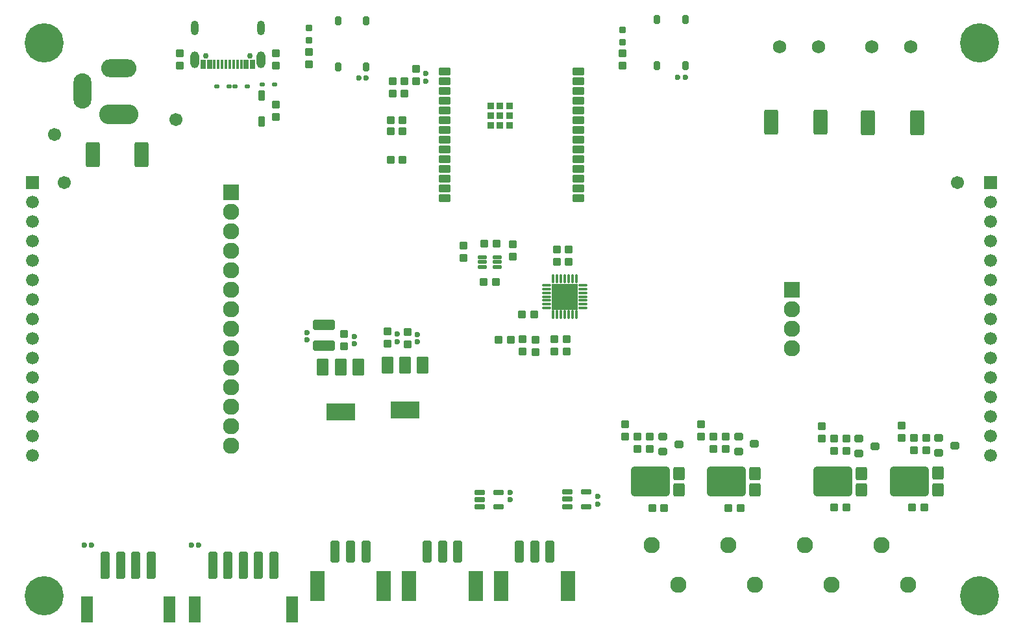
<source format=gts>
G04*
G04 #@! TF.GenerationSoftware,Altium Limited,Altium Designer,22.8.2 (66)*
G04*
G04 Layer_Color=8388736*
%FSAX25Y25*%
%MOIN*%
G70*
G04*
G04 #@! TF.SameCoordinates,CD0932C5-B174-4F7F-AF8C-C675B02BC22C*
G04*
G04*
G04 #@! TF.FilePolarity,Negative*
G04*
G01*
G75*
G04:AMPARAMS|DCode=44|XSize=51.24mil|YSize=25.65mil|CornerRadius=4.17mil|HoleSize=0mil|Usage=FLASHONLY|Rotation=0.000|XOffset=0mil|YOffset=0mil|HoleType=Round|Shape=RoundedRectangle|*
%AMROUNDEDRECTD44*
21,1,0.05124,0.01732,0,0,0.0*
21,1,0.04291,0.02565,0,0,0.0*
1,1,0.00833,0.02146,-0.00866*
1,1,0.00833,-0.02146,-0.00866*
1,1,0.00833,-0.02146,0.00866*
1,1,0.00833,0.02146,0.00866*
%
%ADD44ROUNDEDRECTD44*%
G04:AMPARAMS|DCode=45|XSize=59.12mil|YSize=88.65mil|CornerRadius=7.51mil|HoleSize=0mil|Usage=FLASHONLY|Rotation=0.000|XOffset=0mil|YOffset=0mil|HoleType=Round|Shape=RoundedRectangle|*
%AMROUNDEDRECTD45*
21,1,0.05912,0.07362,0,0,0.0*
21,1,0.04409,0.08865,0,0,0.0*
1,1,0.01502,0.02205,-0.03681*
1,1,0.01502,-0.02205,-0.03681*
1,1,0.01502,-0.02205,0.03681*
1,1,0.01502,0.02205,0.03681*
%
%ADD45ROUNDEDRECTD45*%
%ADD46R,0.14967X0.08865*%
G04:AMPARAMS|DCode=47|XSize=41.4mil|YSize=37.47mil|CornerRadius=5.35mil|HoleSize=0mil|Usage=FLASHONLY|Rotation=0.000|XOffset=0mil|YOffset=0mil|HoleType=Round|Shape=RoundedRectangle|*
%AMROUNDEDRECTD47*
21,1,0.04140,0.02677,0,0,0.0*
21,1,0.03071,0.03747,0,0,0.0*
1,1,0.01069,0.01535,-0.01339*
1,1,0.01069,-0.01535,-0.01339*
1,1,0.01069,-0.01535,0.01339*
1,1,0.01069,0.01535,0.01339*
%
%ADD47ROUNDEDRECTD47*%
G04:AMPARAMS|DCode=48|XSize=44.16mil|YSize=18.17mil|CornerRadius=3.42mil|HoleSize=0mil|Usage=FLASHONLY|Rotation=0.000|XOffset=0mil|YOffset=0mil|HoleType=Round|Shape=RoundedRectangle|*
%AMROUNDEDRECTD48*
21,1,0.04416,0.01134,0,0,0.0*
21,1,0.03732,0.01817,0,0,0.0*
1,1,0.00684,0.01866,-0.00567*
1,1,0.00684,-0.01866,-0.00567*
1,1,0.00684,-0.01866,0.00567*
1,1,0.00684,0.01866,0.00567*
%
%ADD48ROUNDEDRECTD48*%
G04:AMPARAMS|DCode=49|XSize=43.37mil|YSize=141.79mil|CornerRadius=5.94mil|HoleSize=0mil|Usage=FLASHONLY|Rotation=0.000|XOffset=0mil|YOffset=0mil|HoleType=Round|Shape=RoundedRectangle|*
%AMROUNDEDRECTD49*
21,1,0.04337,0.12992,0,0,0.0*
21,1,0.03150,0.14179,0,0,0.0*
1,1,0.01187,0.01575,-0.06496*
1,1,0.01187,-0.01575,-0.06496*
1,1,0.01187,-0.01575,0.06496*
1,1,0.01187,0.01575,0.06496*
%
%ADD49ROUNDEDRECTD49*%
%ADD50R,0.06306X0.13786*%
G04:AMPARAMS|DCode=51|XSize=43.37mil|YSize=110.3mil|CornerRadius=5.94mil|HoleSize=0mil|Usage=FLASHONLY|Rotation=180.000|XOffset=0mil|YOffset=0mil|HoleType=Round|Shape=RoundedRectangle|*
%AMROUNDEDRECTD51*
21,1,0.04337,0.09843,0,0,180.0*
21,1,0.03150,0.11030,0,0,180.0*
1,1,0.01187,-0.01575,0.04921*
1,1,0.01187,0.01575,0.04921*
1,1,0.01187,0.01575,-0.04921*
1,1,0.01187,-0.01575,-0.04921*
%
%ADD51ROUNDEDRECTD51*%
%ADD52R,0.07487X0.15361*%
G04:AMPARAMS|DCode=53|XSize=24mil|YSize=24mil|CornerRadius=4mil|HoleSize=0mil|Usage=FLASHONLY|Rotation=180.000|XOffset=0mil|YOffset=0mil|HoleType=Round|Shape=RoundedRectangle|*
%AMROUNDEDRECTD53*
21,1,0.02400,0.01600,0,0,180.0*
21,1,0.01600,0.02400,0,0,180.0*
1,1,0.00800,-0.00800,0.00800*
1,1,0.00800,0.00800,0.00800*
1,1,0.00800,0.00800,-0.00800*
1,1,0.00800,-0.00800,-0.00800*
%
%ADD53ROUNDEDRECTD53*%
G04:AMPARAMS|DCode=54|XSize=41.4mil|YSize=37.47mil|CornerRadius=5.35mil|HoleSize=0mil|Usage=FLASHONLY|Rotation=270.000|XOffset=0mil|YOffset=0mil|HoleType=Round|Shape=RoundedRectangle|*
%AMROUNDEDRECTD54*
21,1,0.04140,0.02677,0,0,270.0*
21,1,0.03071,0.03747,0,0,270.0*
1,1,0.01069,-0.01339,-0.01535*
1,1,0.01069,-0.01339,0.01535*
1,1,0.01069,0.01339,0.01535*
1,1,0.01069,0.01339,-0.01535*
%
%ADD54ROUNDEDRECTD54*%
G04:AMPARAMS|DCode=55|XSize=24.87mil|YSize=20.54mil|CornerRadius=3.65mil|HoleSize=0mil|Usage=FLASHONLY|Rotation=180.000|XOffset=0mil|YOffset=0mil|HoleType=Round|Shape=RoundedRectangle|*
%AMROUNDEDRECTD55*
21,1,0.02487,0.01323,0,0,180.0*
21,1,0.01756,0.02054,0,0,180.0*
1,1,0.00731,-0.00878,0.00661*
1,1,0.00731,0.00878,0.00661*
1,1,0.00731,0.00878,-0.00661*
1,1,0.00731,-0.00878,-0.00661*
%
%ADD55ROUNDEDRECTD55*%
G04:AMPARAMS|DCode=56|XSize=51.24mil|YSize=33.53mil|CornerRadius=4.95mil|HoleSize=0mil|Usage=FLASHONLY|Rotation=90.000|XOffset=0mil|YOffset=0mil|HoleType=Round|Shape=RoundedRectangle|*
%AMROUNDEDRECTD56*
21,1,0.05124,0.02362,0,0,90.0*
21,1,0.04134,0.03353,0,0,90.0*
1,1,0.00991,0.01181,0.02067*
1,1,0.00991,0.01181,-0.02067*
1,1,0.00991,-0.01181,-0.02067*
1,1,0.00991,-0.01181,0.02067*
%
%ADD56ROUNDEDRECTD56*%
G04:AMPARAMS|DCode=57|XSize=63.06mil|YSize=39.43mil|CornerRadius=5.54mil|HoleSize=0mil|Usage=FLASHONLY|Rotation=0.000|XOffset=0mil|YOffset=0mil|HoleType=Round|Shape=RoundedRectangle|*
%AMROUNDEDRECTD57*
21,1,0.06306,0.02835,0,0,0.0*
21,1,0.05197,0.03943,0,0,0.0*
1,1,0.01109,0.02598,-0.01417*
1,1,0.01109,-0.02598,-0.01417*
1,1,0.01109,-0.02598,0.01417*
1,1,0.01109,0.02598,0.01417*
%
%ADD57ROUNDEDRECTD57*%
%ADD58R,0.03550X0.03550*%
%ADD59C,0.06699*%
G04:AMPARAMS|DCode=60|XSize=24mil|YSize=24mil|CornerRadius=4mil|HoleSize=0mil|Usage=FLASHONLY|Rotation=90.000|XOffset=0mil|YOffset=0mil|HoleType=Round|Shape=RoundedRectangle|*
%AMROUNDEDRECTD60*
21,1,0.02400,0.01600,0,0,90.0*
21,1,0.01600,0.02400,0,0,90.0*
1,1,0.00800,0.00800,0.00800*
1,1,0.00800,0.00800,-0.00800*
1,1,0.00800,-0.00800,-0.00800*
1,1,0.00800,-0.00800,0.00800*
%
%ADD60ROUNDEDRECTD60*%
G04:AMPARAMS|DCode=61|XSize=35.5mil|YSize=35.5mil|CornerRadius=5.94mil|HoleSize=0mil|Usage=FLASHONLY|Rotation=90.000|XOffset=0mil|YOffset=0mil|HoleType=Round|Shape=RoundedRectangle|*
%AMROUNDEDRECTD61*
21,1,0.03550,0.02362,0,0,90.0*
21,1,0.02362,0.03550,0,0,90.0*
1,1,0.01187,0.01181,0.01181*
1,1,0.01187,0.01181,-0.01181*
1,1,0.01187,-0.01181,-0.01181*
1,1,0.01187,-0.01181,0.01181*
%
%ADD61ROUNDEDRECTD61*%
G04:AMPARAMS|DCode=62|XSize=111.09mil|YSize=53.61mil|CornerRadius=6.96mil|HoleSize=0mil|Usage=FLASHONLY|Rotation=0.000|XOffset=0mil|YOffset=0mil|HoleType=Round|Shape=RoundedRectangle|*
%AMROUNDEDRECTD62*
21,1,0.11109,0.03969,0,0,0.0*
21,1,0.09717,0.05361,0,0,0.0*
1,1,0.01392,0.04858,-0.01984*
1,1,0.01392,-0.04858,-0.01984*
1,1,0.01392,-0.04858,0.01984*
1,1,0.01392,0.04858,0.01984*
%
%ADD62ROUNDEDRECTD62*%
G04:AMPARAMS|DCode=63|XSize=43.37mil|YSize=15.81mil|CornerRadius=3.18mil|HoleSize=0mil|Usage=FLASHONLY|Rotation=0.000|XOffset=0mil|YOffset=0mil|HoleType=Round|Shape=RoundedRectangle|*
%AMROUNDEDRECTD63*
21,1,0.04337,0.00945,0,0,0.0*
21,1,0.03701,0.01581,0,0,0.0*
1,1,0.00636,0.01850,-0.00472*
1,1,0.00636,-0.01850,-0.00472*
1,1,0.00636,-0.01850,0.00472*
1,1,0.00636,0.01850,0.00472*
%
%ADD63ROUNDEDRECTD63*%
G04:AMPARAMS|DCode=64|XSize=43.37mil|YSize=15.81mil|CornerRadius=3.18mil|HoleSize=0mil|Usage=FLASHONLY|Rotation=90.000|XOffset=0mil|YOffset=0mil|HoleType=Round|Shape=RoundedRectangle|*
%AMROUNDEDRECTD64*
21,1,0.04337,0.00945,0,0,90.0*
21,1,0.03701,0.01581,0,0,90.0*
1,1,0.00636,0.00472,0.01850*
1,1,0.00636,0.00472,-0.01850*
1,1,0.00636,-0.00472,-0.01850*
1,1,0.00636,-0.00472,0.01850*
%
%ADD64ROUNDEDRECTD64*%
%ADD65R,0.13589X0.13589*%
G04:AMPARAMS|DCode=66|XSize=37.47mil|YSize=43.37mil|CornerRadius=5.35mil|HoleSize=0mil|Usage=FLASHONLY|Rotation=270.000|XOffset=0mil|YOffset=0mil|HoleType=Round|Shape=RoundedRectangle|*
%AMROUNDEDRECTD66*
21,1,0.03747,0.03268,0,0,270.0*
21,1,0.02677,0.04337,0,0,270.0*
1,1,0.01069,-0.01634,-0.01339*
1,1,0.01069,-0.01634,0.01339*
1,1,0.01069,0.01634,0.01339*
1,1,0.01069,0.01634,-0.01339*
%
%ADD66ROUNDEDRECTD66*%
G04:AMPARAMS|DCode=67|XSize=66.99mil|YSize=56.76mil|CornerRadius=7.28mil|HoleSize=0mil|Usage=FLASHONLY|Rotation=270.000|XOffset=0mil|YOffset=0mil|HoleType=Round|Shape=RoundedRectangle|*
%AMROUNDEDRECTD67*
21,1,0.06699,0.04221,0,0,270.0*
21,1,0.05244,0.05676,0,0,270.0*
1,1,0.01455,-0.02110,-0.02622*
1,1,0.01455,-0.02110,0.02622*
1,1,0.01455,0.02110,0.02622*
1,1,0.01455,0.02110,-0.02622*
%
%ADD67ROUNDEDRECTD67*%
G04:AMPARAMS|DCode=68|XSize=199.28mil|YSize=153.61mil|CornerRadius=16.96mil|HoleSize=0mil|Usage=FLASHONLY|Rotation=0.000|XOffset=0mil|YOffset=0mil|HoleType=Round|Shape=RoundedRectangle|*
%AMROUNDEDRECTD68*
21,1,0.19928,0.11969,0,0,0.0*
21,1,0.16535,0.15361,0,0,0.0*
1,1,0.03392,0.08268,-0.05984*
1,1,0.03392,-0.08268,-0.05984*
1,1,0.03392,-0.08268,0.05984*
1,1,0.03392,0.08268,0.05984*
%
%ADD68ROUNDEDRECTD68*%
G04:AMPARAMS|DCode=69|XSize=71.72mil|YSize=129.98mil|CornerRadius=8.77mil|HoleSize=0mil|Usage=FLASHONLY|Rotation=0.000|XOffset=0mil|YOffset=0mil|HoleType=Round|Shape=RoundedRectangle|*
%AMROUNDEDRECTD69*
21,1,0.07172,0.11244,0,0,0.0*
21,1,0.05417,0.12998,0,0,0.0*
1,1,0.01754,0.02709,-0.05622*
1,1,0.01754,-0.02709,-0.05622*
1,1,0.01754,-0.02709,0.05622*
1,1,0.01754,0.02709,0.05622*
%
%ADD69ROUNDEDRECTD69*%
G04:AMPARAMS|DCode=70|XSize=43.37mil|YSize=31.56mil|CornerRadius=4.76mil|HoleSize=0mil|Usage=FLASHONLY|Rotation=90.000|XOffset=0mil|YOffset=0mil|HoleType=Round|Shape=RoundedRectangle|*
%AMROUNDEDRECTD70*
21,1,0.04337,0.02205,0,0,90.0*
21,1,0.03386,0.03156,0,0,90.0*
1,1,0.00951,0.01102,0.01693*
1,1,0.00951,0.01102,-0.01693*
1,1,0.00951,-0.01102,-0.01693*
1,1,0.00951,-0.01102,0.01693*
%
%ADD70ROUNDEDRECTD70*%
%ADD71R,0.02762X0.04888*%
%ADD72R,0.01581X0.04888*%
%ADD73R,0.08372X0.08372*%
%ADD74C,0.08372*%
%ADD75R,0.06601X0.06601*%
%ADD76C,0.06601*%
%ADD77O,0.04534X0.08668*%
%ADD78O,0.03943X0.07487*%
%ADD79C,0.02959*%
%ADD80O,0.20085X0.10243*%
%ADD81O,0.18117X0.09258*%
%ADD82O,0.09258X0.18117*%
%ADD83C,0.06896*%
%ADD84C,0.20085*%
D44*
X0634938Y0793248D02*
D03*
Y0785768D02*
D03*
X0625096D02*
D03*
Y0789508D02*
D03*
Y0793248D02*
D03*
X0680038Y0793448D02*
D03*
Y0785968D02*
D03*
X0670196D02*
D03*
Y0789708D02*
D03*
Y0793448D02*
D03*
D45*
X0596072Y0858364D02*
D03*
X0587017D02*
D03*
X0577962D02*
D03*
X0544705Y0857465D02*
D03*
X0553760D02*
D03*
X0562815D02*
D03*
D46*
X0587017Y0835333D02*
D03*
X0553760Y0834433D02*
D03*
D47*
X0616917Y0919657D02*
D03*
Y0913358D02*
D03*
X0642317Y0920357D02*
D03*
Y0914058D02*
D03*
X0520517Y0985758D02*
D03*
Y0992057D02*
D03*
X0647354Y0871689D02*
D03*
Y0865390D02*
D03*
X0653754Y0871589D02*
D03*
Y0865290D02*
D03*
X0663654Y0865590D02*
D03*
Y0871889D02*
D03*
X0669954Y0865590D02*
D03*
Y0871889D02*
D03*
X0670854Y0911490D02*
D03*
Y0917789D02*
D03*
X0664754Y0911490D02*
D03*
Y0917789D02*
D03*
X0586717Y0997758D02*
D03*
Y1004057D02*
D03*
X0580717Y0997758D02*
D03*
Y1004057D02*
D03*
X0592617Y1004258D02*
D03*
Y1010557D02*
D03*
X0537717Y1019057D02*
D03*
Y1012758D02*
D03*
X0698717Y1018357D02*
D03*
Y1012058D02*
D03*
X0588217Y0869199D02*
D03*
Y0875498D02*
D03*
X0577917Y0869399D02*
D03*
Y0875698D02*
D03*
X0555660Y0868199D02*
D03*
Y0874498D02*
D03*
X0520617Y1012258D02*
D03*
Y1018557D02*
D03*
X0471217Y1012258D02*
D03*
Y1018557D02*
D03*
X0841917Y0821158D02*
D03*
Y0827457D02*
D03*
X0848317Y0821157D02*
D03*
Y0814858D02*
D03*
X0854617Y0821157D02*
D03*
Y0814858D02*
D03*
X0801017Y0820758D02*
D03*
Y0827057D02*
D03*
X0807317Y0820857D02*
D03*
Y0814558D02*
D03*
X0813517Y0820857D02*
D03*
Y0814558D02*
D03*
X0738917Y0821808D02*
D03*
Y0828107D02*
D03*
X0745217Y0821857D02*
D03*
Y0815558D02*
D03*
X0751617Y0821857D02*
D03*
Y0815558D02*
D03*
X0706217Y0821657D02*
D03*
Y0815358D02*
D03*
X0699917Y0821758D02*
D03*
Y0828057D02*
D03*
X0712617Y0821757D02*
D03*
Y0815458D02*
D03*
D48*
X0626657Y0908849D02*
D03*
Y0911408D02*
D03*
Y0913967D02*
D03*
X0634177D02*
D03*
Y0911408D02*
D03*
Y0908849D02*
D03*
D49*
X0488079Y0755807D02*
D03*
X0495953D02*
D03*
X0503827D02*
D03*
X0511701D02*
D03*
X0519575D02*
D03*
X0432961D02*
D03*
X0440835D02*
D03*
X0448709D02*
D03*
X0456583D02*
D03*
D50*
X0478827Y0733169D02*
D03*
X0528827D02*
D03*
X0465835D02*
D03*
X0423709D02*
D03*
D51*
X0566819Y0762697D02*
D03*
X0558946D02*
D03*
X0551072D02*
D03*
X0614064D02*
D03*
X0606190D02*
D03*
X0598316D02*
D03*
X0661308D02*
D03*
X0653434D02*
D03*
X0645560D02*
D03*
D52*
X0576072Y0745177D02*
D03*
X0541819D02*
D03*
X0623316D02*
D03*
X0589064D02*
D03*
X0670560D02*
D03*
X0636308D02*
D03*
D53*
X0685917Y0790998D02*
D03*
Y0787218D02*
D03*
X0640817Y0789418D02*
D03*
Y0793197D02*
D03*
X0597717Y1004218D02*
D03*
Y1007998D02*
D03*
X0593217Y0870459D02*
D03*
Y0874238D02*
D03*
X0583017Y0870559D02*
D03*
Y0874339D02*
D03*
X0560760Y0869459D02*
D03*
Y0873238D02*
D03*
X0536460Y0871459D02*
D03*
Y0875239D02*
D03*
D54*
X0579418Y0984208D02*
D03*
X0585717D02*
D03*
X0579418Y0978445D02*
D03*
X0585717D02*
D03*
X0641304Y0871539D02*
D03*
X0635005D02*
D03*
X0653367Y0884508D02*
D03*
X0647068D02*
D03*
X0627468Y0920708D02*
D03*
X0633767D02*
D03*
X0633517Y0901208D02*
D03*
X0627218D02*
D03*
X0585717Y0963681D02*
D03*
X0579418D02*
D03*
X0713768Y0785308D02*
D03*
X0720067D02*
D03*
X0752868D02*
D03*
X0759167D02*
D03*
X0807268Y0785608D02*
D03*
X0813567D02*
D03*
X0847168D02*
D03*
X0853467D02*
D03*
D55*
X0519767Y1002408D02*
D03*
X0513468D02*
D03*
X0490268Y1001508D02*
D03*
X0496567D02*
D03*
X0505767D02*
D03*
X0499468D02*
D03*
D56*
X0513317Y0996801D02*
D03*
Y0983415D02*
D03*
D57*
X0607174Y1008996D02*
D03*
Y1003996D02*
D03*
Y0998996D02*
D03*
Y0993996D02*
D03*
Y0988996D02*
D03*
Y0983996D02*
D03*
Y0978996D02*
D03*
Y0973996D02*
D03*
Y0968996D02*
D03*
Y0963996D02*
D03*
Y0958996D02*
D03*
Y0953996D02*
D03*
Y0948996D02*
D03*
Y0943996D02*
D03*
X0676072D02*
D03*
Y0948996D02*
D03*
Y0953996D02*
D03*
Y0958996D02*
D03*
Y0963996D02*
D03*
Y0968996D02*
D03*
Y0973996D02*
D03*
Y0978996D02*
D03*
Y0983996D02*
D03*
Y0988996D02*
D03*
Y0993996D02*
D03*
Y0998996D02*
D03*
Y1003996D02*
D03*
Y1008996D02*
D03*
D58*
X0635698Y0986476D02*
D03*
Y0991397D02*
D03*
X0630776D02*
D03*
Y0986476D02*
D03*
Y0981555D02*
D03*
X0635698D02*
D03*
X0640619D02*
D03*
Y0986476D02*
D03*
Y0991397D02*
D03*
D59*
X0469217Y0984608D02*
D03*
X0407017Y0976808D02*
D03*
X0412017Y0952308D02*
D03*
X0870517Y0952008D02*
D03*
D60*
X0477227Y0766008D02*
D03*
X0481007D02*
D03*
X0422127D02*
D03*
X0425907D02*
D03*
X0563227Y1005808D02*
D03*
X0567007D02*
D03*
X0727027Y1006308D02*
D03*
X0730807D02*
D03*
D61*
X0537617Y1025108D02*
D03*
Y1031407D02*
D03*
X0698717Y1024258D02*
D03*
Y1030557D02*
D03*
D62*
X0545260Y0879085D02*
D03*
Y0868612D02*
D03*
D63*
X0659602Y0899545D02*
D03*
Y0897576D02*
D03*
Y0895608D02*
D03*
Y0893639D02*
D03*
Y0891671D02*
D03*
Y0889702D02*
D03*
Y0887734D02*
D03*
X0678106D02*
D03*
Y0889702D02*
D03*
Y0891671D02*
D03*
Y0893639D02*
D03*
Y0895608D02*
D03*
Y0897576D02*
D03*
Y0899545D02*
D03*
D64*
X0662949Y0884387D02*
D03*
X0664917D02*
D03*
X0666886D02*
D03*
X0668854D02*
D03*
X0670823D02*
D03*
X0672791D02*
D03*
X0674760D02*
D03*
Y0902891D02*
D03*
X0672791D02*
D03*
X0670823D02*
D03*
X0668854D02*
D03*
X0666886D02*
D03*
X0664917D02*
D03*
X0662949D02*
D03*
D65*
X0668854Y0893639D02*
D03*
D66*
X0860983Y0813449D02*
D03*
Y0821166D02*
D03*
X0869251Y0817308D02*
D03*
X0819983Y0813050D02*
D03*
Y0820766D02*
D03*
X0828251Y0816908D02*
D03*
X0758083Y0814149D02*
D03*
Y0821866D02*
D03*
X0766351Y0818008D02*
D03*
X0719283Y0814050D02*
D03*
Y0821766D02*
D03*
X0727551Y0817908D02*
D03*
D67*
X0727717Y0802894D02*
D03*
Y0794508D02*
D03*
X0766517Y0802894D02*
D03*
Y0794508D02*
D03*
X0821317Y0802894D02*
D03*
Y0794508D02*
D03*
X0860617Y0802994D02*
D03*
Y0794608D02*
D03*
D68*
X0712953Y0798701D02*
D03*
X0751753D02*
D03*
X0806553D02*
D03*
X0845853Y0798801D02*
D03*
D69*
X0849835Y0982908D02*
D03*
X0824599D02*
D03*
X0800235Y0983308D02*
D03*
X0774999D02*
D03*
X0426499Y0966608D02*
D03*
X0451735D02*
D03*
D70*
X0730817Y1035730D02*
D03*
Y1012108D02*
D03*
X0716250Y1035730D02*
D03*
Y1012108D02*
D03*
X0567001Y1035019D02*
D03*
Y1011397D02*
D03*
X0552434Y1035019D02*
D03*
Y1011397D02*
D03*
D71*
X0508552Y1012894D02*
D03*
X0505402D02*
D03*
X0486505D02*
D03*
X0483355D02*
D03*
D72*
X0502843D02*
D03*
X0500875D02*
D03*
X0498906D02*
D03*
X0496938D02*
D03*
X0494969D02*
D03*
X0493001D02*
D03*
X0491032D02*
D03*
X0489064D02*
D03*
D73*
X0785678Y0896988D02*
D03*
X0497568Y0946988D02*
D03*
D74*
X0785678Y0886988D02*
D03*
Y0876988D02*
D03*
Y0866988D02*
D03*
X0497568Y0816988D02*
D03*
Y0826988D02*
D03*
Y0836988D02*
D03*
Y0846988D02*
D03*
Y0856988D02*
D03*
Y0866988D02*
D03*
Y0876988D02*
D03*
Y0886988D02*
D03*
Y0896988D02*
D03*
Y0906988D02*
D03*
Y0916988D02*
D03*
Y0926988D02*
D03*
Y0936988D02*
D03*
X0831583Y0766240D02*
D03*
X0845363Y0745768D02*
D03*
X0792213Y0766240D02*
D03*
X0805993Y0745768D02*
D03*
X0752843Y0766240D02*
D03*
X0766623Y0745768D02*
D03*
X0713473Y0766240D02*
D03*
X0727253Y0745768D02*
D03*
D75*
X0395560Y0951988D02*
D03*
X0887686D02*
D03*
D76*
X0395560Y0941988D02*
D03*
Y0931988D02*
D03*
Y0921988D02*
D03*
Y0911988D02*
D03*
Y0901988D02*
D03*
Y0891988D02*
D03*
Y0881988D02*
D03*
Y0871988D02*
D03*
Y0861988D02*
D03*
Y0851988D02*
D03*
Y0841988D02*
D03*
Y0831988D02*
D03*
Y0821988D02*
D03*
Y0811988D02*
D03*
X0887686Y0941988D02*
D03*
Y0931988D02*
D03*
Y0921988D02*
D03*
Y0911988D02*
D03*
Y0901988D02*
D03*
Y0891988D02*
D03*
Y0881988D02*
D03*
Y0871988D02*
D03*
Y0861988D02*
D03*
Y0851988D02*
D03*
Y0841988D02*
D03*
Y0831988D02*
D03*
Y0821988D02*
D03*
Y0811988D02*
D03*
D77*
X0512961Y1015138D02*
D03*
X0478945D02*
D03*
D78*
X0512961Y1031594D02*
D03*
X0478945D02*
D03*
D79*
X0484575Y1017106D02*
D03*
X0507331D02*
D03*
D80*
X0439851Y0987303D02*
D03*
D81*
Y1010925D02*
D03*
D82*
X0421347Y0999114D02*
D03*
D83*
X0779171Y1021887D02*
D03*
X0799171D02*
D03*
X0826415D02*
D03*
X0846415D02*
D03*
D84*
X0881780Y1023720D02*
D03*
X0401465D02*
D03*
Y0740256D02*
D03*
X0881780D02*
D03*
M02*

</source>
